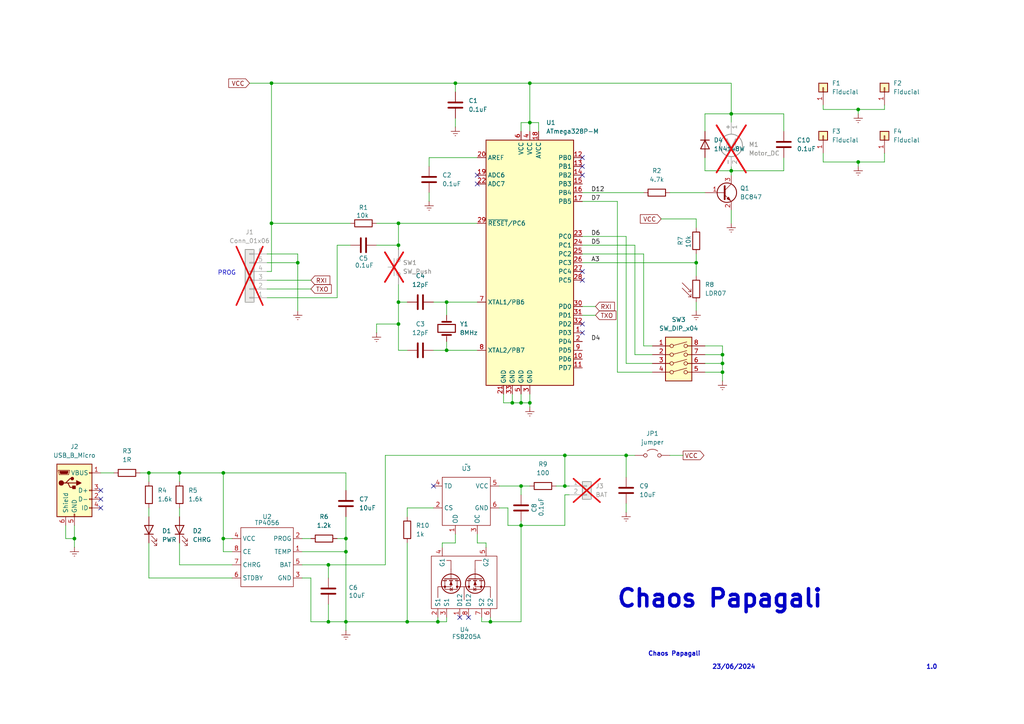
<source format=kicad_sch>
(kicad_sch (version 20231120) (generator "eeschema") (generator_version "8.0")
  (paper "A4")
  (lib_symbols
    (symbol "Connector:USB_B_Micro" (pin_names (offset 1.016))
      (property "Reference" "J" (at -5.08 11.43 0))
      (property "Value" "USB_B_Micro" (at -5.08 8.89 0))
      (symbol "USB_B_Micro_0_1"
        (rectangle (start -5.08 -7.62) (end 5.08 7.62) (stroke (width 0.254)) (fill (type background)))
        (circle (center -3.81 2.159) (radius 0.635) (stroke (width 0.254)) (fill (type outline)))
        (circle (center -0.635 3.429) (radius 0.381) (stroke (width 0.254)) (fill (type outline)))
        (rectangle (start -0.127 -7.62) (end 0.127 -6.858))
        (polyline (pts (xy -1.905 2.159) (xy 0.635 2.159)) (stroke (width 0.254)))
        (polyline (pts (xy -3.175 2.159) (xy -2.54 2.159) (xy -1.27 3.429) (xy -0.635 3.429)) (stroke (width 0.254)))
        (polyline (pts (xy -2.54 2.159) (xy -1.905 2.159) (xy -1.27 0.889) (xy 0 0.889)) (stroke (width 0.254)))
        (polyline (pts (xy 0.635 2.794) (xy 0.635 1.524) (xy 1.905 2.159) (xy 0.635 2.794)) (stroke (width 0.254)) (fill (type outline)))
        (polyline (pts (xy -4.318 5.588) (xy -1.778 5.588) (xy -2.032 4.826) (xy -4.064 4.826) (xy -4.318 5.588)) (fill (type outline)))
        (polyline (pts (xy -4.699 5.842) (xy -4.699 5.588) (xy -4.445 4.826) (xy -4.445 4.572) (xy -1.651 4.572) (xy -1.651 4.826) (xy -1.397 5.588) (xy -1.397 5.842) (xy -4.699 5.842)))
        (rectangle (start 0.254 1.27) (end -0.508 0.508) (stroke (width 0.254)) (fill (type outline)))
        (rectangle (start 5.08 -5.207) (end 4.318 -4.953))
        (rectangle (start 5.08 -2.667) (end 4.318 -2.413))
        (rectangle (start 5.08 -0.127) (end 4.318 0.127))
        (rectangle (start 5.08 4.953) (end 4.318 5.207))
      )
      (symbol "USB_B_Micro_1_1"
        (pin power_out line (at 7.62 5.08 180) (length 2.54) (name "VBUS") (number "1"))
        (pin bidirectional line (at 7.62 -2.54 180) (length 2.54) (name "D-") (number "2"))
        (pin bidirectional line (at 7.62 0 180) (length 2.54) (name "D+") (number "3"))
        (pin passive line (at 7.62 -5.08 180) (length 2.54) (name "ID") (number "4"))
        (pin power_out line (at 0 -10.16 90) (length 2.54) (name "GND") (number "5"))
        (pin passive line (at -2.54 -10.16 90) (length 2.54) (name "Shield") (number "6"))
      )
    )
    (symbol "Connector_Generic:Conn_01x01" (pin_names (offset 1.016) hide)
      (property "Reference" "J" (at 0 2.54 0))
      (property "Value" "Conn_01x01" (at 0 -2.54 0))
      (symbol "Conn_01x01_1_1"
        (rectangle (start -1.27 0.127) (end 0 -0.127) (stroke (width 0.1524)))
        (rectangle (start -1.27 1.27) (end 1.27 -1.27) (stroke (width 0.254)) (fill (type background)))
        (pin passive line (at -5.08 0 0) (length 3.81) (name "Pin_1") (number "1"))
      )
    )
    (symbol "Connector_Generic:Conn_01x02" (pin_names (offset 1.016) hide)
      (property "Reference" "J" (at 0 2.54 0))
      (property "Value" "Conn_01x02" (at 0 -5.08 0))
      (symbol "Conn_01x02_1_1"
        (rectangle (start -1.27 -2.413) (end 0 -2.667) (stroke (width 0.1524)))
        (rectangle (start -1.27 0.127) (end 0 -0.127) (stroke (width 0.1524)))
        (rectangle (start -1.27 1.27) (end 1.27 -3.81) (stroke (width 0.254)) (fill (type background)))
        (pin passive line (at -5.08 0 0) (length 3.81) (name "Pin_1") (number "1"))
        (pin passive line (at -5.08 -2.54 0) (length 3.81) (name "Pin_2") (number "2"))
      )
    )
    (symbol "Connector_Generic:Conn_01x06" (pin_names (offset 1.016) hide)
      (property "Reference" "J" (at 0 7.62 0))
      (property "Value" "Conn_01x06" (at 0 -10.16 0))
      (symbol "Conn_01x06_1_1"
        (rectangle (start -1.27 -7.493) (end 0 -7.747) (stroke (width 0.1524)))
        (rectangle (start -1.27 -4.953) (end 0 -5.207) (stroke (width 0.1524)))
        (rectangle (start -1.27 -2.413) (end 0 -2.667) (stroke (width 0.1524)))
        (rectangle (start -1.27 0.127) (end 0 -0.127) (stroke (width 0.1524)))
        (rectangle (start -1.27 2.667) (end 0 2.413) (stroke (width 0.1524)))
        (rectangle (start -1.27 5.207) (end 0 4.953) (stroke (width 0.1524)))
        (rectangle (start -1.27 6.35) (end 1.27 -8.89) (stroke (width 0.254)) (fill (type background)))
        (pin passive line (at -5.08 5.08 0) (length 3.81) (name "Pin_1") (number "1"))
        (pin passive line (at -5.08 2.54 0) (length 3.81) (name "Pin_2") (number "2"))
        (pin passive line (at -5.08 0 0) (length 3.81) (name "Pin_3") (number "3"))
        (pin passive line (at -5.08 -2.54 0) (length 3.81) (name "Pin_4") (number "4"))
        (pin passive line (at -5.08 -5.08 0) (length 3.81) (name "Pin_5") (number "5"))
        (pin passive line (at -5.08 -7.62 0) (length 3.81) (name "Pin_6") (number "6"))
      )
    )
    (symbol "Device:C" (pin_numbers hide) (pin_names (offset 0.254))
      (property "Reference" "C" (at 0.635 2.54 0))
      (property "Value" "C" (at 0.635 -2.54 0))
      (symbol "C_0_1"
        (polyline (pts (xy -2.032 -0.762) (xy 2.032 -0.762)) (stroke (width 0.508)))
        (polyline (pts (xy -2.032 0.762) (xy 2.032 0.762)) (stroke (width 0.508)))
      )
      (symbol "C_1_1"
        (pin passive line (at 0 3.81 270) (length 2.794) (name "~") (number "1"))
        (pin passive line (at 0 -3.81 90) (length 2.794) (name "~") (number "2"))
      )
    )
    (symbol "Device:Crystal" (pin_numbers hide) (pin_names (offset 1.016) hide)
      (property "Reference" "Y" (at 0 3.81 0))
      (property "Value" "Crystal" (at 0 -3.81 0))
      (symbol "Crystal_0_1"
        (rectangle (start -1.143 2.54) (end 1.143 -2.54) (stroke (width 0.3048)))
        (polyline (pts (xy -2.54 0) (xy -1.905 0)))
        (polyline (pts (xy -1.905 -1.27) (xy -1.905 1.27)) (stroke (width 0.508)))
        (polyline (pts (xy 1.905 -1.27) (xy 1.905 1.27)) (stroke (width 0.508)))
        (polyline (pts (xy 2.54 0) (xy 1.905 0)))
      )
      (symbol "Crystal_1_1"
        (pin passive line (at -3.81 0 0) (length 1.27) (name "1") (number "1"))
        (pin passive line (at 3.81 0 180) (length 1.27) (name "2") (number "2"))
      )
    )
    (symbol "Device:LED" (pin_numbers hide) (pin_names (offset 1.016) hide)
      (property "Reference" "D" (at 0 2.54 0))
      (property "Value" "LED" (at 0 -2.54 0))
      (symbol "LED_0_1"
        (polyline (pts (xy -1.27 -1.27) (xy -1.27 1.27)) (stroke (width 0.254)))
        (polyline (pts (xy -1.27 0) (xy 1.27 0)))
        (polyline (pts (xy 1.27 -1.27) (xy 1.27 1.27) (xy -1.27 0) (xy 1.27 -1.27)) (stroke (width 0.254)))
        (polyline (pts (xy -3.048 -0.762) (xy -4.572 -2.286) (xy -3.81 -2.286) (xy -4.572 -2.286) (xy -4.572 -1.524)))
        (polyline (pts (xy -1.778 -0.762) (xy -3.302 -2.286) (xy -2.54 -2.286) (xy -3.302 -2.286) (xy -3.302 -1.524)))
      )
      (symbol "LED_1_1"
        (pin passive line (at -3.81 0 0) (length 2.54) (name "K") (number "1"))
        (pin passive line (at 3.81 0 180) (length 2.54) (name "A") (number "2"))
      )
    )
    (symbol "Device:R" (pin_numbers hide) (pin_names (offset 0))
      (property "Reference" "R" (at 2.032 0 90))
      (property "Value" "R" (at 0 0 90))
      (symbol "R_0_1"
        (rectangle (start -1.016 -2.54) (end 1.016 2.54) (stroke (width 0.254)))
      )
      (symbol "R_1_1"
        (pin passive line (at 0 3.81 270) (length 1.27) (name "~") (number "1"))
        (pin passive line (at 0 -3.81 90) (length 1.27) (name "~") (number "2"))
      )
    )
    (symbol "Diode:1N4148W" (pin_numbers hide) (pin_names hide)
      (property "Reference" "D" (at 0 2.54 0))
      (property "Value" "1N4148W" (at 0 -2.54 0))
      (symbol "1N4148W_0_1"
        (polyline (pts (xy -1.27 1.27) (xy -1.27 -1.27)) (stroke (width 0.254)))
        (polyline (pts (xy 1.27 0) (xy -1.27 0)))
        (polyline (pts (xy 1.27 1.27) (xy 1.27 -1.27) (xy -1.27 0) (xy 1.27 1.27)) (stroke (width 0.254)))
      )
      (symbol "1N4148W_1_1"
        (pin passive line (at -3.81 0 0) (length 2.54) (name "K") (number "1"))
        (pin passive line (at 3.81 0 180) (length 2.54) (name "A") (number "2"))
      )
    )
    (symbol "Jumper:Jumper_2_Open" (pin_numbers hide) (pin_names (offset 0) hide) (exclude_from_sim yes)
      (property "Reference" "JP" (at 0 2.794 0))
      (property "Value" "Jumper_2_Open" (at 0 -2.286 0))
      (symbol "Jumper_2_Open_0_0"
        (circle (center -2.032 0) (radius 0.508))
        (circle (center 2.032 0) (radius 0.508))
      )
      (symbol "Jumper_2_Open_0_1"
        (arc (start 1.524 1.27) (mid 0 1.778) (end -1.524 1.27))
      )
      (symbol "Jumper_2_Open_1_1"
        (pin passive line (at -5.08 0 0) (length 2.54) (name "A") (number "1"))
        (pin passive line (at 5.08 0 180) (length 2.54) (name "B") (number "2"))
      )
    )
    (symbol "Motor:Motor_DC" (pin_names (offset 0))
      (property "Reference" "M" (at 2.54 2.54 0))
      (property "Value" "Motor_DC" (at 2.54 -5.08 0))
      (symbol "Motor_DC_0_0"
        (polyline (pts (xy -1.27 -3.302) (xy -1.27 0.508) (xy 0 -2.032) (xy 1.27 0.508) (xy 1.27 -3.302)))
      )
      (symbol "Motor_DC_0_1"
        (circle (center 0 -1.524) (radius 3.2512) (stroke (width 0.254)))
        (polyline (pts (xy 0 -7.62) (xy 0 -7.112)))
        (polyline (pts (xy 0 -4.7752) (xy 0 -5.1816)))
        (polyline (pts (xy 0 1.7272) (xy 0 2.0828)))
        (polyline (pts (xy 0 2.032) (xy 0 2.54)))
      )
      (symbol "Motor_DC_1_1"
        (pin passive line (at 0 5.08 270) (length 2.54) (name "+") (number "1"))
        (pin passive line (at 0 -7.62 90) (length 2.54) (name "-") (number "2"))
      )
    )
    (symbol "Sensor_Optical:LDR07" (pin_numbers hide) (pin_names (offset 0))
      (property "Reference" "R" (at -5.08 0 90))
      (property "Value" "LDR07" (at 1.905 0 90))
      (symbol "LDR07_0_1"
        (rectangle (start -1.016 2.54) (end 1.016 -2.54) (stroke (width 0.254)))
        (polyline (pts (xy -1.524 -2.286) (xy -4.064 0.254)))
        (polyline (pts (xy -1.524 -2.286) (xy -2.286 -2.286)))
        (polyline (pts (xy -1.524 -2.286) (xy -1.524 -1.524)))
        (polyline (pts (xy -1.524 -0.762) (xy -4.064 1.778)))
        (polyline (pts (xy -1.524 -0.762) (xy -2.286 -0.762)))
        (polyline (pts (xy -1.524 -0.762) (xy -1.524 0)))
      )
      (symbol "LDR07_1_1"
        (pin passive line (at 0 3.81 270) (length 1.27) (name "~") (number "1"))
        (pin passive line (at 0 -3.81 90) (length 1.27) (name "~") (number "2"))
      )
    )
    (symbol "Switch:SW_DIP_x04" (pin_names (offset 0) hide)
      (property "Reference" "SW" (at 0 8.89 0))
      (property "Value" "SW_DIP_x04" (at 0 -6.35 0))
      (symbol "SW_DIP_x04_0_0"
        (circle (center -2.032 -2.54) (radius 0.508))
        (circle (center -2.032 0) (radius 0.508))
        (circle (center -2.032 2.54) (radius 0.508))
        (circle (center -2.032 5.08) (radius 0.508))
        (polyline (pts (xy -1.524 -2.3876) (xy 2.3622 -1.3462)))
        (polyline (pts (xy -1.524 0.127) (xy 2.3622 1.1684)))
        (polyline (pts (xy -1.524 2.667) (xy 2.3622 3.7084)))
        (polyline (pts (xy -1.524 5.207) (xy 2.3622 6.2484)))
        (circle (center 2.032 -2.54) (radius 0.508))
        (circle (center 2.032 0) (radius 0.508))
        (circle (center 2.032 2.54) (radius 0.508))
        (circle (center 2.032 5.08) (radius 0.508))
      )
      (symbol "SW_DIP_x04_0_1"
        (rectangle (start -3.81 7.62) (end 3.81 -5.08) (stroke (width 0.254)) (fill (type background)))
      )
      (symbol "SW_DIP_x04_1_1"
        (pin passive line (at -7.62 5.08 0) (length 5.08) (name "~") (number "1"))
        (pin passive line (at -7.62 2.54 0) (length 5.08) (name "~") (number "2"))
        (pin passive line (at -7.62 0 0) (length 5.08) (name "~") (number "3"))
        (pin passive line (at -7.62 -2.54 0) (length 5.08) (name "~") (number "4"))
        (pin passive line (at 7.62 -2.54 180) (length 5.08) (name "~") (number "5"))
        (pin passive line (at 7.62 0 180) (length 5.08) (name "~") (number "6"))
        (pin passive line (at 7.62 2.54 180) (length 5.08) (name "~") (number "7"))
        (pin passive line (at 7.62 5.08 180) (length 5.08) (name "~") (number "8"))
      )
    )
    (symbol "Switch:SW_Push" (pin_numbers hide) (pin_names (offset 1.016) hide)
      (property "Reference" "SW" (at 1.27 2.54 0))
      (property "Value" "SW_Push" (at 0 -1.524 0))
      (symbol "SW_Push_0_1"
        (circle (center -2.032 0) (radius 0.508))
        (polyline (pts (xy 0 1.27) (xy 0 3.048)))
        (polyline (pts (xy 2.54 1.27) (xy -2.54 1.27)))
        (circle (center 2.032 0) (radius 0.508))
        (pin passive line (at -5.08 0 0) (length 2.54) (name "1") (number "1"))
        (pin passive line (at 5.08 0 180) (length 2.54) (name "2") (number "2"))
      )
    )
    (symbol "Transistor_BJT:BC847" (pin_names (offset 0) hide)
      (property "Reference" "Q" (at 5.08 1.905 0))
      (property "Value" "BC847" (at 5.08 0 0))
      (symbol "BC847_0_1"
        (polyline (pts (xy 0.635 0.635) (xy 2.54 2.54)))
        (polyline (pts (xy 0.635 -0.635) (xy 2.54 -2.54) (xy 2.54 -2.54)))
        (polyline (pts (xy 0.635 1.905) (xy 0.635 -1.905) (xy 0.635 -1.905)) (stroke (width 0.508)))
        (polyline (pts (xy 1.27 -1.778) (xy 1.778 -1.27) (xy 2.286 -2.286) (xy 1.27 -1.778) (xy 1.27 -1.778)) (fill (type outline)))
        (circle (center 1.27 0) (radius 2.8194) (stroke (width 0.254)))
      )
      (symbol "BC847_1_1"
        (pin input line (at -5.08 0 0) (length 5.715) (name "B") (number "1"))
        (pin passive line (at 2.54 -5.08 90) (length 2.54) (name "E") (number "2"))
        (pin passive line (at 2.54 5.08 270) (length 2.54) (name "C") (number "3"))
      )
    )
    (symbol "chaos-lib:ATmega328P-M"
      (property "Reference" "U" (at -12.7 36.83 0))
      (property "Value" "ATmega328P-M" (at 2.54 -36.83 0))
      (symbol "ATmega328P-M_0_1"
        (rectangle (start -12.7 -35.56) (end 12.7 35.56) (stroke (width 0.254)) (fill (type background)))
      )
      (symbol "ATmega328P-M_1_1"
        (pin bidirectional line (at 15.24 -20.32 180) (length 2.54) (name "PD3") (number "1"))
        (pin bidirectional line (at 15.24 -27.94 180) (length 2.54) (name "PD6") (number "10"))
        (pin bidirectional line (at 15.24 -30.48 180) (length 2.54) (name "PD7") (number "11"))
        (pin bidirectional line (at 15.24 30.48 180) (length 2.54) (name "PB0") (number "12"))
        (pin bidirectional line (at 15.24 27.94 180) (length 2.54) (name "PB1") (number "13"))
        (pin bidirectional line (at 15.24 25.4 180) (length 2.54) (name "PB2") (number "14"))
        (pin bidirectional line (at 15.24 22.86 180) (length 2.54) (name "PB3") (number "15"))
        (pin bidirectional line (at 15.24 20.32 180) (length 2.54) (name "PB4") (number "16"))
        (pin bidirectional line (at 15.24 17.78 180) (length 2.54) (name "PB5") (number "17"))
        (pin power_in line (at 2.54 38.1 270) (length 2.54) (name "AVCC") (number "18"))
        (pin input line (at -15.24 25.4 0) (length 2.54) (name "ADC6") (number "19"))
        (pin bidirectional line (at 15.24 -22.86 180) (length 2.54) (name "PD4") (number "2"))
        (pin passive line (at -15.24 30.48 0) (length 2.54) (name "AREF") (number "20"))
        (pin power_in line (at -7.62 -38.1 90) (length 2.54) (name "GND") (number "21"))
        (pin input line (at -15.24 22.86 0) (length 2.54) (name "ADC7") (number "22"))
        (pin bidirectional line (at 15.24 7.62 180) (length 2.54) (name "PC0") (number "23"))
        (pin bidirectional line (at 15.24 5.08 180) (length 2.54) (name "PC1") (number "24"))
        (pin bidirectional line (at 15.24 2.54 180) (length 2.54) (name "PC2") (number "25"))
        (pin bidirectional line (at 15.24 0 180) (length 2.54) (name "PC3") (number "26"))
        (pin bidirectional line (at 15.24 -2.54 180) (length 2.54) (name "PC4") (number "27"))
        (pin bidirectional line (at 15.24 -5.08 180) (length 2.54) (name "PC5") (number "28"))
        (pin bidirectional line (at -15.24 11.43 0) (length 2.54) (name "~{RESET}/PC6") (number "29"))
        (pin power_in line (at 0 -38.1 90) (length 2.54) (name "GND") (number "3"))
        (pin bidirectional line (at 15.24 -12.7 180) (length 2.54) (name "PD0") (number "30"))
        (pin bidirectional line (at 15.24 -15.24 180) (length 2.54) (name "PD1") (number "31"))
        (pin bidirectional line (at 15.24 -17.78 180) (length 2.54) (name "PD2") (number "32"))
        (pin power_in line (at -5.08 -38.1 90) (length 2.54) (name "GND") (number "33"))
        (pin power_in line (at 0 38.1 270) (length 2.54) (name "VCC") (number "4"))
        (pin power_in line (at -2.54 -38.1 90) (length 2.54) (name "GND") (number "5"))
        (pin power_in line (at -2.54 38.1 270) (length 2.54) (name "VCC") (number "6"))
        (pin bidirectional line (at -15.24 -11.43 0) (length 2.54) (name "XTAL1/PB6") (number "7"))
        (pin bidirectional line (at -15.24 -25.4 0) (length 2.54) (name "XTAL2/PB7") (number "8"))
        (pin bidirectional line (at 15.24 -25.4 180) (length 2.54) (name "PD5") (number "9"))
      )
    )
    (symbol "chaos-lib:DW01A"
      (property "Reference" "U" (at 0 0 0))
      (symbol "DW01A_0_1"
        (rectangle (start 0 -2.54) (end 13.97 -16.51))
      )
      (symbol "DW01A_1_1"
        (pin output line (at 3.81 0 270) (length 2.54) (name "OD") (number "1"))
        (pin input line (at -2.54 -7.62 0) (length 2.54) (name "CS") (number "2"))
        (pin output line (at 10.16 0 270) (length 2.54) (name "OC") (number "3"))
        (pin input line (at -2.54 -13.97 0) (length 2.54) (name "TD") (number "4"))
        (pin power_in line (at 16.51 -13.97 180) (length 2.54) (name "VCC") (number "5"))
        (pin power_in line (at 16.51 -7.62 180) (length 2.54) (name "GND") (number "6"))
      )
    )
    (symbol "chaos-lib:FS8205A"
      (property "Reference" "U" (at 0 0 0))
      (symbol "FS8205A_0_1"
        (circle (center -5.588 -11.43) (radius 0.254) (fill (type outline)))
        (circle (center -3.81 -10.541) (radius 2.794) (stroke (width 0.254)))
        (circle (center -2.032 -11.43) (radius 0.254) (fill (type outline)))
        (polyline (pts (xy -5.08 -9.652) (xy -6.096 -9.652)) (stroke (width 0.254)))
        (polyline (pts (xy -3.81 -9.144) (xy -3.81 -6.35)))
        (polyline (pts (xy -3.302 -9.652) (xy -4.318 -9.652)) (stroke (width 0.254)))
        (polyline (pts (xy -1.905 -9.144) (xy -5.715 -9.144)) (stroke (width 0.254)))
        (polyline (pts (xy -1.524 -9.652) (xy -2.54 -9.652)) (stroke (width 0.254)))
        (polyline (pts (xy -1.27 -11.43) (xy -2.032 -11.43)))
        (polyline (pts (xy 0.635 -11.43) (xy -1.27 -11.43)))
        (polyline (pts (xy 0.635 -11.43) (xy 1.397 -11.43)))
        (polyline (pts (xy 0.889 -9.652) (xy 1.905 -9.652)) (stroke (width 0.254)))
        (polyline (pts (xy 1.27 -9.144) (xy 5.08 -9.144)) (stroke (width 0.254)))
        (polyline (pts (xy 2.667 -9.652) (xy 3.683 -9.652)) (stroke (width 0.254)))
        (polyline (pts (xy 3.175 -9.144) (xy 3.175 -6.35)))
        (polyline (pts (xy 4.445 -9.652) (xy 5.461 -9.652)) (stroke (width 0.254)))
        (polyline (pts (xy -6.35 -11.43) (xy -3.81 -11.43) (xy -3.81 -9.652)))
        (polyline (pts (xy 5.715 -11.43) (xy 3.175 -11.43) (xy 3.175 -9.652)))
        (polyline (pts (xy -5.588 -9.652) (xy -5.588 -12.192) (xy -2.032 -12.192) (xy -2.032 -9.652)))
        (polyline (pts (xy -3.81 -9.906) (xy -3.429 -10.922) (xy -4.191 -10.922) (xy -3.81 -9.906)) (fill (type outline)))
        (polyline (pts (xy -3.429 -12.192) (xy -4.064 -11.811) (xy -4.064 -12.573) (xy -3.429 -12.192)))
        (polyline (pts (xy -3.302 -11.684) (xy -3.429 -11.811) (xy -3.429 -12.573) (xy -3.556 -12.7)))
        (polyline (pts (xy 2.667 -11.684) (xy 2.794 -11.811) (xy 2.794 -12.573) (xy 2.921 -12.7)))
        (polyline (pts (xy 2.794 -12.192) (xy 3.429 -11.811) (xy 3.429 -12.573) (xy 2.794 -12.192)))
        (polyline (pts (xy 3.175 -9.906) (xy 2.794 -10.922) (xy 3.556 -10.922) (xy 3.175 -9.906)) (fill (type outline)))
        (polyline (pts (xy 4.953 -9.652) (xy 4.953 -12.192) (xy 1.397 -12.192) (xy 1.397 -9.652)))
        (circle (center 1.397 -11.43) (radius 0.254) (fill (type outline)))
        (circle (center 3.175 -10.541) (radius 2.794) (stroke (width 0.254)))
        (circle (center 4.953 -11.43) (radius 0.254) (fill (type outline)))
      )
      (symbol "FS8205A_1_1"
        (rectangle (start -9.525 -2.54) (end 9.525 -17.78))
        (polyline (pts (xy 0 -11.43) (xy 0 -15.24)))
        (polyline (pts (xy -6.35 -11.43) (xy -7.62 -11.43) (xy -7.62 -14.605)))
        (polyline (pts (xy -3.81 -6.35) (xy -3.81 -3.81) (xy -5.08 -3.81)))
        (polyline (pts (xy 3.175 -6.35) (xy 3.175 -3.81) (xy 5.08 -3.81)))
        (polyline (pts (xy 5.715 -11.43) (xy 7.62 -11.43) (xy 7.62 -14.605)))
        (pin output line (at -1.27 -20.32 90) (length 2.54) (name "D12") (number "1"))
        (pin output line (at -7.62 -20.32 90) (length 2.54) (name "S1") (number "2"))
        (pin output line (at -5.08 -20.32 90) (length 2.54) (name "S1") (number "3"))
        (pin output line (at -6.35 0 270) (length 2.54) (name "G1") (number "4"))
        (pin output line (at 6.35 0 270) (length 2.54) (name "G2") (number "5"))
        (pin output line (at 7.62 -20.32 90) (length 2.54) (name "S2") (number "6"))
        (pin output line (at 5.08 -20.32 90) (length 2.54) (name "S2") (number "7"))
        (pin output line (at 1.27 -20.32 90) (length 2.54) (name "D12") (number "8"))
      )
    )
    (symbol "chaos-lib:TP4056"
      (property "Reference" "U" (at 0 0 0))
      (symbol "TP4056_0_1"
        (rectangle (start 0 -1.905) (end 15.24 -19.05))
      )
      (symbol "TP4056_1_1"
        (pin input line (at 17.78 -8.89 180) (length 2.54) (name "TEMP") (number "1"))
        (pin input line (at 17.78 -5.08 180) (length 2.54) (name "PROG") (number "2"))
        (pin power_in line (at 17.78 -16.51 180) (length 2.54) (name "GND") (number "3"))
        (pin power_in line (at -2.54 -5.08 0) (length 2.54) (name "VCC") (number "4"))
        (pin power_out line (at 17.78 -12.7 180) (length 2.54) (name "BAT") (number "5"))
        (pin input line (at -2.54 -16.51 0) (length 2.54) (name "STDBY") (number "6"))
        (pin input line (at -2.54 -12.7 0) (length 2.54) (name "CHRG") (number "7"))
        (pin input line (at -2.54 -8.89 0) (length 2.54) (name "CE") (number "8"))
      )
    )
    (symbol "power:GNDREF" (power) (pin_numbers hide) (pin_names (offset 0) hide)
      (property "Value" "GNDREF" (at 0 -3.81 0))
      (symbol "GNDREF_0_1"
        (polyline (pts (xy -0.635 -1.905) (xy 0.635 -1.905)))
        (polyline (pts (xy -0.127 -2.54) (xy 0.127 -2.54)))
        (polyline (pts (xy 0 -1.27) (xy 0 0)))
        (polyline (pts (xy 1.27 -1.27) (xy -1.27 -1.27)))
      )
      (symbol "GNDREF_1_1"
        (pin power_in line (at 0 0 270) (length 0) (name "~") (number "1"))
      )
    )
  )
  (junction (at 163.83 140.97))
  (junction (at 153.67 35.56))
  (junction (at 118.11 180.34))
  (junction (at 153.67 116.84))
  (junction (at 153.67 24.13))
  (junction (at 95.25 180.34))
  (junction (at 151.13 140.97))
  (junction (at 209.55 105.41))
  (junction (at 129.54 101.6))
  (junction (at 64.77 137.16))
  (junction (at 151.13 116.84))
  (junction (at 151.13 152.4))
  (junction (at 212.09 33.02))
  (junction (at 248.92 46.99))
  (junction (at 127 180.34))
  (junction (at 209.55 107.95))
  (junction (at 100.33 156.21))
  (junction (at 78.74 24.13))
  (junction (at 21.59 156.21))
  (junction (at 78.74 64.77))
  (junction (at 181.61 132.08))
  (junction (at 100.33 180.34))
  (junction (at 209.55 102.87))
  (junction (at 52.07 137.16))
  (junction (at 248.92 31.75))
  (junction (at 201.93 76.2))
  (junction (at 212.09 49.53))
  (junction (at 100.33 160.02))
  (junction (at 115.57 87.63))
  (junction (at 86.36 76.2))
  (junction (at 95.25 163.83))
  (junction (at 115.57 64.77))
  (junction (at 115.57 93.98))
  (junction (at 43.18 137.16))
  (junction (at 142.24 180.34))
  (junction (at 163.83 132.08))
  (junction (at 132.08 24.13))
  (junction (at 129.54 87.63))
  (junction (at 64.77 156.21))
  (junction (at 115.57 71.12))
  (junction (at 148.59 116.84))
  (no_connect (at 138.43 50.8))
  (no_connect (at 168.91 81.28))
  (no_connect (at 133.35 179.07))
  (no_connect (at 29.21 144.78))
  (no_connect (at 168.91 78.74))
  (no_connect (at 29.21 142.24))
  (no_connect (at 168.91 50.8))
  (no_connect (at 168.91 96.52))
  (no_connect (at 29.21 147.32))
  (no_connect (at 125.73 140.97))
  (no_connect (at 168.91 48.26))
  (no_connect (at 168.91 45.72))
  (no_connect (at 138.43 53.34))
  (no_connect (at 135.89 179.07))
  (no_connect (at 168.91 93.98))
  (wire (pts (xy 129.54 180.34) (xy 127 180.34)))
  (wire (pts (xy 209.55 105.41) (xy 209.55 107.95)))
  (wire (pts (xy 204.47 107.95) (xy 209.55 107.95)))
  (wire (pts (xy 142.24 180.34) (xy 151.13 180.34)))
  (wire (pts (xy 184.15 102.87) (xy 184.15 71.12)))
  (wire (pts (xy 248.92 46.99) (xy 248.92 48.26)))
  (wire (pts (xy 191.77 63.5) (xy 201.93 63.5)))
  (wire (pts (xy 109.22 96.52) (xy 109.22 93.98)))
  (wire (pts (xy 100.33 180.34) (xy 118.11 180.34)))
  (wire (pts (xy 248.92 31.75) (xy 248.92 33.02)))
  (wire (pts (xy 204.47 33.02) (xy 212.09 33.02)))
  (wire (pts (xy 204.47 105.41) (xy 209.55 105.41)))
  (wire (pts (xy 64.77 137.16) (xy 64.77 156.21)))
  (wire (pts (xy 204.47 49.53) (xy 212.09 49.53)))
  (wire (pts (xy 212.09 35.56) (xy 212.09 33.02)))
  (wire (pts (xy 151.13 152.4) (xy 151.13 151.13)))
  (wire (pts (xy 168.91 55.88) (xy 186.69 55.88)))
  (wire (pts (xy 64.77 160.02) (xy 64.77 156.21)))
  (wire (pts (xy 43.18 157.48) (xy 43.18 167.64)))
  (wire (pts (xy 151.13 35.56) (xy 151.13 38.1)))
  (wire (pts (xy 97.79 86.36) (xy 97.79 71.12)))
  (wire (pts (xy 153.67 116.84) (xy 153.67 118.11)))
  (wire (pts (xy 109.22 93.98) (xy 115.57 93.98)))
  (wire (pts (xy 184.15 71.12) (xy 168.91 71.12)))
  (wire (pts (xy 19.05 156.21) (xy 21.59 156.21)))
  (wire (pts (xy 179.07 58.42) (xy 168.91 58.42)))
  (wire (pts (xy 52.07 137.16) (xy 64.77 137.16)))
  (wire (pts (xy 189.23 100.33) (xy 186.69 100.33)))
  (wire (pts (xy 95.25 163.83) (xy 95.25 167.64)))
  (wire (pts (xy 194.31 132.08) (xy 198.12 132.08)))
  (wire (pts (xy 151.13 116.84) (xy 153.67 116.84)))
  (wire (pts (xy 227.33 49.53) (xy 212.09 49.53)))
  (wire (pts (xy 78.74 24.13) (xy 132.08 24.13)))
  (wire (pts (xy 163.83 140.97) (xy 165.1 140.97)))
  (wire (pts (xy 111.76 163.83) (xy 111.76 132.08)))
  (wire (pts (xy 40.64 137.16) (xy 43.18 137.16)))
  (wire (pts (xy 100.33 137.16) (xy 64.77 137.16)))
  (wire (pts (xy 204.47 38.1) (xy 204.47 33.02)))
  (wire (pts (xy 124.46 55.88) (xy 124.46 58.42)))
  (wire (pts (xy 238.76 31.75) (xy 248.92 31.75)))
  (wire (pts (xy 115.57 93.98) (xy 115.57 101.6)))
  (wire (pts (xy 212.09 49.53) (xy 212.09 50.8)))
  (wire (pts (xy 189.23 105.41) (xy 181.61 105.41)))
  (wire (pts (xy 146.05 116.84) (xy 148.59 116.84)))
  (wire (pts (xy 124.46 45.72) (xy 124.46 48.26)))
  (wire (pts (xy 115.57 82.55) (xy 115.57 87.63)))
  (wire (pts (xy 209.55 102.87) (xy 209.55 105.41)))
  (wire (pts (xy 204.47 100.33) (xy 209.55 100.33)))
  (wire (pts (xy 256.54 31.75) (xy 256.54 30.48)))
  (wire (pts (xy 189.23 102.87) (xy 184.15 102.87)))
  (wire (pts (xy 201.93 63.5) (xy 201.93 66.04)))
  (wire (pts (xy 238.76 46.99) (xy 248.92 46.99)))
  (wire (pts (xy 238.76 30.48) (xy 238.76 31.75)))
  (wire (pts (xy 151.13 114.3) (xy 151.13 116.84)))
  (wire (pts (xy 43.18 147.32) (xy 43.18 149.86)))
  (wire (pts (xy 140.97 157.48) (xy 140.97 158.75)))
  (wire (pts (xy 90.17 167.64) (xy 90.17 180.34)))
  (wire (pts (xy 132.08 26.67) (xy 132.08 24.13)))
  (wire (pts (xy 238.76 44.45) (xy 238.76 46.99)))
  (wire (pts (xy 87.63 163.83) (xy 95.25 163.83)))
  (wire (pts (xy 125.73 101.6) (xy 129.54 101.6)))
  (wire (pts (xy 90.17 180.34) (xy 95.25 180.34)))
  (wire (pts (xy 67.31 160.02) (xy 64.77 160.02)))
  (wire (pts (xy 168.91 91.44) (xy 172.72 91.44)))
  (wire (pts (xy 227.33 45.72) (xy 227.33 49.53)))
  (wire (pts (xy 147.32 147.32) (xy 147.32 152.4)))
  (wire (pts (xy 118.11 180.34) (xy 118.11 157.48)))
  (wire (pts (xy 67.31 156.21) (xy 64.77 156.21)))
  (wire (pts (xy 132.08 154.94) (xy 132.08 157.48)))
  (wire (pts (xy 77.47 81.28) (xy 90.17 81.28)))
  (wire (pts (xy 201.93 73.66) (xy 201.93 76.2)))
  (wire (pts (xy 87.63 160.02) (xy 100.33 160.02)))
  (wire (pts (xy 129.54 179.07) (xy 129.54 180.34)))
  (wire (pts (xy 186.69 73.66) (xy 168.91 73.66)))
  (wire (pts (xy 77.47 73.66) (xy 86.36 73.66)))
  (wire (pts (xy 87.63 167.64) (xy 90.17 167.64)))
  (wire (pts (xy 181.61 132.08) (xy 184.15 132.08)))
  (wire (pts (xy 100.33 142.24) (xy 100.33 137.16)))
  (wire (pts (xy 29.21 137.16) (xy 33.02 137.16)))
  (wire (pts (xy 115.57 71.12) (xy 115.57 72.39)))
  (wire (pts (xy 100.33 160.02) (xy 100.33 180.34)))
  (wire (pts (xy 163.83 143.51) (xy 163.83 152.4)))
  (wire (pts (xy 129.54 101.6) (xy 129.54 99.06)))
  (wire (pts (xy 212.09 60.96) (xy 212.09 64.77)))
  (wire (pts (xy 43.18 167.64) (xy 67.31 167.64)))
  (wire (pts (xy 127 180.34) (xy 118.11 180.34)))
  (wire (pts (xy 138.43 101.6) (xy 129.54 101.6)))
  (wire (pts (xy 248.92 46.99) (xy 256.54 46.99)))
  (wire (pts (xy 153.67 24.13) (xy 212.09 24.13)))
  (wire (pts (xy 19.05 152.4) (xy 19.05 156.21)))
  (wire (pts (xy 181.61 105.41) (xy 181.61 68.58)))
  (wire (pts (xy 95.25 163.83) (xy 111.76 163.83)))
  (wire (pts (xy 111.76 132.08) (xy 163.83 132.08)))
  (wire (pts (xy 144.78 147.32) (xy 147.32 147.32)))
  (wire (pts (xy 163.83 132.08) (xy 163.83 140.97)))
  (wire (pts (xy 212.09 48.26) (xy 212.09 49.53)))
  (wire (pts (xy 148.59 116.84) (xy 151.13 116.84)))
  (wire (pts (xy 77.47 76.2) (xy 86.36 76.2)))
  (wire (pts (xy 161.29 140.97) (xy 163.83 140.97)))
  (wire (pts (xy 201.93 76.2) (xy 201.93 80.01)))
  (wire (pts (xy 77.47 86.36) (xy 97.79 86.36)))
  (wire (pts (xy 189.23 107.95) (xy 179.07 107.95)))
  (wire (pts (xy 138.43 87.63) (xy 129.54 87.63)))
  (wire (pts (xy 168.91 76.2) (xy 201.93 76.2)))
  (wire (pts (xy 115.57 64.77) (xy 138.43 64.77)))
  (wire (pts (xy 129.54 87.63) (xy 129.54 91.44)))
  (wire (pts (xy 97.79 71.12) (xy 101.6 71.12)))
  (wire (pts (xy 212.09 33.02) (xy 212.09 24.13)))
  (wire (pts (xy 77.47 78.74) (xy 78.74 78.74)))
  (wire (pts (xy 201.93 87.63) (xy 201.93 90.17)))
  (wire (pts (xy 78.74 78.74) (xy 78.74 64.77)))
  (wire (pts (xy 132.08 24.13) (xy 153.67 24.13)))
  (wire (pts (xy 194.31 55.88) (xy 204.47 55.88)))
  (wire (pts (xy 168.91 88.9) (xy 172.72 88.9)))
  (wire (pts (xy 125.73 87.63) (xy 129.54 87.63)))
  (wire (pts (xy 139.7 179.07) (xy 139.7 180.34)))
  (wire (pts (xy 165.1 143.51) (xy 163.83 143.51)))
  (wire (pts (xy 153.67 38.1) (xy 153.67 35.56)))
  (wire (pts (xy 151.13 180.34) (xy 151.13 152.4)))
  (wire (pts (xy 163.83 152.4) (xy 151.13 152.4)))
  (wire (pts (xy 227.33 33.02) (xy 212.09 33.02)))
  (wire (pts (xy 138.43 157.48) (xy 138.43 154.94)))
  (wire (pts (xy 179.07 107.95) (xy 179.07 58.42)))
  (wire (pts (xy 209.55 100.33) (xy 209.55 102.87)))
  (wire (pts (xy 153.67 35.56) (xy 151.13 35.56)))
  (wire (pts (xy 125.73 147.32) (xy 118.11 147.32)))
  (wire (pts (xy 146.05 114.3) (xy 146.05 116.84)))
  (wire (pts (xy 86.36 73.66) (xy 86.36 76.2)))
  (wire (pts (xy 43.18 137.16) (xy 52.07 137.16)))
  (wire (pts (xy 151.13 140.97) (xy 153.67 140.97)))
  (wire (pts (xy 151.13 140.97) (xy 151.13 143.51)))
  (wire (pts (xy 100.33 156.21) (xy 100.33 160.02)))
  (wire (pts (xy 148.59 114.3) (xy 148.59 116.84)))
  (wire (pts (xy 115.57 64.77) (xy 115.57 71.12)))
  (wire (pts (xy 132.08 157.48) (xy 128.27 157.48)))
  (wire (pts (xy 181.61 132.08) (xy 163.83 132.08)))
  (wire (pts (xy 248.92 31.75) (xy 256.54 31.75)))
  (wire (pts (xy 115.57 101.6) (xy 118.11 101.6)))
  (wire (pts (xy 52.07 147.32) (xy 52.07 149.86)))
  (wire (pts (xy 181.61 132.08) (xy 181.61 138.43)))
  (wire (pts (xy 140.97 157.48) (xy 138.43 157.48)))
  (wire (pts (xy 78.74 64.77) (xy 78.74 24.13)))
  (wire (pts (xy 97.79 156.21) (xy 100.33 156.21)))
  (wire (pts (xy 43.18 137.16) (xy 43.18 139.7)))
  (wire (pts (xy 181.61 68.58) (xy 168.91 68.58)))
  (wire (pts (xy 109.22 71.12) (xy 115.57 71.12)))
  (wire (pts (xy 181.61 146.05) (xy 181.61 148.59)))
  (wire (pts (xy 100.33 180.34) (xy 100.33 182.88)))
  (wire (pts (xy 52.07 163.83) (xy 67.31 163.83)))
  (wire (pts (xy 52.07 137.16) (xy 52.07 139.7)))
  (wire (pts (xy 132.08 34.29) (xy 132.08 36.83)))
  (wire (pts (xy 147.32 152.4) (xy 151.13 152.4)))
  (wire (pts (xy 128.27 157.48) (xy 128.27 158.75)))
  (wire (pts (xy 256.54 46.99) (xy 256.54 44.45)))
  (wire (pts (xy 52.07 157.48) (xy 52.07 163.83)))
  (wire (pts (xy 109.22 64.77) (xy 115.57 64.77)))
  (wire (pts (xy 142.24 179.07) (xy 142.24 180.34)))
  (wire (pts (xy 227.33 38.1) (xy 227.33 33.02)))
  (wire (pts (xy 209.55 107.95) (xy 209.55 110.49)))
  (wire (pts (xy 87.63 156.21) (xy 90.17 156.21)))
  (wire (pts (xy 127 179.07) (xy 127 180.34)))
  (wire (pts (xy 21.59 156.21) (xy 21.59 158.75)))
  (wire (pts (xy 186.69 100.33) (xy 186.69 73.66)))
  (wire (pts (xy 204.47 102.87) (xy 209.55 102.87)))
  (wire (pts (xy 21.59 152.4) (xy 21.59 156.21)))
  (wire (pts (xy 118.11 147.32) (xy 118.11 149.86)))
  (wire (pts (xy 153.67 35.56) (xy 153.67 24.13)))
  (wire (pts (xy 144.78 140.97) (xy 151.13 140.97)))
  (wire (pts (xy 156.21 35.56) (xy 153.67 35.56)))
  (wire (pts (xy 139.7 180.34) (xy 142.24 180.34)))
  (wire (pts (xy 72.39 24.13) (xy 78.74 24.13)))
  (wire (pts (xy 77.47 83.82) (xy 90.17 83.82)))
  (wire (pts (xy 100.33 149.86) (xy 100.33 156.21)))
  (wire (pts (xy 115.57 87.63) (xy 115.57 93.98)))
  (wire (pts (xy 138.43 45.72) (xy 124.46 45.72)))
  (wire (pts (xy 86.36 76.2) (xy 86.36 90.17)))
  (wire (pts (xy 156.21 38.1) (xy 156.21 35.56)))
  (wire (pts (xy 204.47 45.72) (xy 204.47 49.53)))
  (wire (pts (xy 95.25 175.26) (xy 95.25 180.34)))
  (wire (pts (xy 78.74 64.77) (xy 101.6 64.77)))
  (wire (pts (xy 153.67 114.3) (xy 153.67 116.84)))
  (wire (pts (xy 95.25 180.34) (xy 100.33 180.34)))
  (wire (pts (xy 118.11 87.63) (xy 115.57 87.63)))
  (text "Chaos Papagali" (at 208.788 173.736 0) (effects (font (size 5 5) (thickness 1) (bold yes))))
  (text "Chaos Papagali" (at 195.58 189.738 0) (effects (font (size 1.27 1.27) (bold yes))))
  (text "23/06/2024" (at 212.852 193.548 0) (effects (font (size 1.27 1.27) (bold yes))))
  (text "PROG" (at 65.786 79.248 0) (effects (font (size 1.27 1.27))))
  (text "1.0" (at 270.256 193.548 0) (effects (font (size 1.27 1.27) (bold yes))))
  (label "A3" (at 171.45 76.2 0))
  (label "D4" (at 171.45 99.06 0))
  (label "D12" (at 171.45 55.88 0))
  (label "D7" (at 171.45 58.42 0))
  (label "D5" (at 171.45 71.12 0))
  (label "D6" (at 171.45 68.58 0))
  (global_label "VCC" (shape input) (at 191.77 63.5 180) (property "Intersheetrefs" "${INTERSHEET_REFS}" (effects (hide yes))))
  (global_label "VCC" (shape input) (at 72.39 24.13 180) (property "Intersheetrefs" "${INTERSHEET_REFS}" (effects (hide yes))))
  (global_label "RXI" (shape input) (at 172.72 88.9 0) (property "Intersheetrefs" "${INTERSHEET_REFS}" (effects (hide yes))))
  (global_label "RXI" (shape input) (at 90.17 81.28 0) (property "Intersheetrefs" "${INTERSHEET_REFS}" (effects (hide yes))))
  (global_label "VCC" (shape output) (at 198.12 132.08 0) (property "Intersheetrefs" "${INTERSHEET_REFS}" (effects (hide yes))))
  (global_label "TXO" (shape input) (at 172.72 91.44 0) (property "Intersheetrefs" "${INTERSHEET_REFS}" (effects (hide yes))))
  (global_label "TXO" (shape input) (at 90.17 83.82 0) (property "Intersheetrefs" "${INTERSHEET_REFS}" (effects (hide yes))))
  (symbol (lib_id "Transistor_BJT:BC847") (at 209.55 55.88 0) (unit 1)
    (property "Reference" "Q1" (at 214.63 54.6099 0) (effects (justify left)))
    (property "Value" "BC847" (at 214.63 57.15 0) (effects (justify left)))
    (property "Footprint" "Package_TO_SOT_SMD:SOT-23" (effects (hide yes)))
    (property "Datasheet" "http://www.infineon.com/dgdl/Infineon-BC847SERIES_BC848SERIES_BC849SERIES_BC850SERIES-DS-v01_01-en.pdf?fileId=db3a304314dca389011541d4630a1657" (effects (hide yes)))
    (property "Description" "0.1A Ic, 45V Vce, NPN Transistor, SOT-23" (effects (hide yes)))
  )
  (symbol (lib_id "chaos-lib:FS8205A") (at 134.62 158.75 0) (unit 1)
    (property "Reference" "U4" (at 133.35 182.626 0) (effects (justify left)))
    (property "Value" "FS8205A" (at 131.064 184.658 0) (effects (justify left)))
    (property "Footprint" "Package_SO:TSSOP-8_4.4x3mm_P0.65mm" (effects (hide yes)))
  )
  (symbol (lib_id "power:GNDREF") (at 181.61 148.59 0) (unit 1)
    (property "Reference" "#PWR011" (effects (hide yes)))
    (property "Value" "GNDREF" (effects (hide yes)))
    (property "Description" "Power symbol creates a global label with name \"GNDREF\" , reference supply ground" (effects (hide yes)))
  )
  (symbol (lib_id "power:GNDREF") (at 124.46 58.42 0) (unit 1)
    (property "Reference" "#PWR01" (effects (hide yes)))
    (property "Value" "GNDREF" (effects (hide yes)))
    (property "Description" "Power symbol creates a global label with name \"GNDREF\" , reference supply ground" (effects (hide yes)))
  )
  (symbol (lib_id "Connector_Generic:Conn_01x01") (at 238.76 25.4 90) (unit 1)
    (property "Reference" "F1" (at 241.3 24.1299 90) (effects (justify right)))
    (property "Value" "Fiducial" (at 241.3 26.6699 90) (effects (justify right)))
    (property "Footprint" "Fiducial:Fiducial_0.5mm_Mask1.5mm" (effects (hide yes)))
    (property "Description" "Generic connector, single row, 01x01, script generated (kicad-library-utils/schlib/autogen/connector/)" (effects (hide yes)))
  )
  (symbol (lib_id "Device:R") (at 190.5 55.88 90) (unit 1)
    (property "Reference" "R2" (at 190.5 49.53 90))
    (property "Value" "4.7k" (at 190.5 52.07 90))
    (property "Footprint" "Resistor_SMD:R_0603_1608Metric_Pad0.98x0.95mm_HandSolder" (effects (hide yes)))
    (property "Description" "Resistor" (effects (hide yes)))
  )
  (symbol (lib_id "Device:LED") (at 43.18 153.67 90) (unit 1)
    (property "Reference" "D1" (at 46.99 153.9874 90) (effects (justify right)))
    (property "Value" "PWR" (at 46.99 156.5274 90) (effects (justify right)))
    (property "Footprint" "LED_SMD:LED_0603_1608Metric_Pad1.05x0.95mm_HandSolder" (effects (hide yes)))
    (property "Description" "Light emitting diode" (effects (hide yes)))
  )
  (symbol (lib_id "Device:Crystal") (at 129.54 95.25 90) (unit 1)
    (property "Reference" "Y1" (at 133.35 93.9799 90) (effects (justify right)))
    (property "Value" "8MHz" (at 133.35 96.5199 90) (effects (justify right)))
    (property "Footprint" "Crystal:Crystal_HC49-U_Vertical" (effects (hide yes)))
    (property "Description" "Two pin crystal" (effects (hide yes)))
  )
  (symbol (lib_id "Device:C") (at 132.08 30.48 0) (unit 1)
    (property "Reference" "C1" (at 135.89 29.2099 0) (effects (justify left)))
    (property "Value" "0.1uF" (at 135.89 31.7499 0) (effects (justify left)))
    (property "Footprint" "Capacitor_SMD:C_0603_1608Metric_Pad1.08x0.95mm_HandSolder" (effects (hide yes)))
    (property "Description" "Unpolarized capacitor" (effects (hide yes)))
  )
  (symbol (lib_id "power:GNDREF") (at 132.08 36.83 0) (unit 1)
    (property "Reference" "#PWR02" (effects (hide yes)))
    (property "Value" "GNDREF" (effects (hide yes)))
    (property "Description" "Power symbol creates a global label with name \"GNDREF\" , reference supply ground" (effects (hide yes)))
  )
  (symbol (lib_id "Device:C") (at 105.41 71.12 90) (unit 1)
    (property "Reference" "C5" (at 105.41 74.93 90))
    (property "Value" "0.1uF" (at 105.664 76.962 90))
    (property "Footprint" "Capacitor_SMD:C_0603_1608Metric_Pad1.08x0.95mm_HandSolder" (effects (hide yes)))
    (property "Description" "Unpolarized capacitor" (effects (hide yes)))
  )
  (symbol (lib_id "power:GNDREF") (at 100.33 182.88 0) (unit 1)
    (property "Reference" "#PWR08" (effects (hide yes)))
    (property "Value" "GNDREF" (effects (hide yes)))
    (property "Description" "Power symbol creates a global label with name \"GNDREF\" , reference supply ground" (effects (hide yes)))
  )
  (symbol (lib_id "chaos-lib:DW01A") (at 128.27 154.94 0) (mirror x) (unit 1)
    (property "Reference" "U3" (at 135.255 135.89 0))
    (property "Value" "~" (at 135.255 134.62 0))
    (property "Footprint" "Package_TO_SOT_SMD:SOT-23-6" (effects (hide yes)))
  )
  (symbol (lib_id "Device:C") (at 227.33 41.91 0) (unit 1)
    (property "Reference" "C10" (at 231.14 40.6399 0) (effects (justify left)))
    (property "Value" "0.1uF" (at 231.14 43.1799 0) (effects (justify left)))
    (property "Footprint" "Capacitor_SMD:C_0603_1608Metric_Pad1.08x0.95mm_HandSolder" (effects (hide yes)))
    (property "Description" "Unpolarized capacitor" (effects (hide yes)))
  )
  (symbol (lib_id "Device:C") (at 124.46 52.07 0) (unit 1)
    (property "Reference" "C2" (at 128.27 50.7999 0) (effects (justify left)))
    (property "Value" "0.1uF" (at 128.27 53.3399 0) (effects (justify left)))
    (property "Footprint" "Capacitor_SMD:C_0603_1608Metric_Pad1.08x0.95mm_HandSolder" (effects (hide yes)))
    (property "Description" "Unpolarized capacitor" (effects (hide yes)))
  )
  (symbol (lib_id "Connector_Generic:Conn_01x02") (at 170.18 140.97 0) (unit 1) (dnp yes)
    (property "Reference" "J3" (at 172.72 140.9699 0) (effects (justify left)))
    (property "Value" "BAT" (at 172.72 143.5099 0) (effects (justify left)))
    (property "Footprint" "Connector_PinHeader_2.54mm:PinHeader_1x02_P2.54mm_Vertical" (effects (hide yes)))
    (property "Description" "Generic connector, single row, 01x02, script generated (kicad-library-utils/schlib/autogen/connector/)" (effects (hide yes)))
  )
  (symbol (lib_id "power:GNDREF") (at 212.09 64.77 0) (unit 1)
    (property "Reference" "#PWR010" (effects (hide yes)))
    (property "Value" "GNDREF" (effects (hide yes)))
    (property "Description" "Power symbol creates a global label with name \"GNDREF\" , reference supply ground" (effects (hide yes)))
  )
  (symbol (lib_id "Device:R") (at 93.98 156.21 270) (unit 1)
    (property "Reference" "R6" (at 93.98 149.86 90))
    (property "Value" "1.2k" (at 93.98 152.4 90))
    (property "Footprint" "Resistor_SMD:R_0603_1608Metric_Pad0.98x0.95mm_HandSolder" (effects (hide yes)))
    (property "Description" "Resistor" (effects (hide yes)))
  )
  (symbol (lib_id "power:GNDREF") (at 209.55 110.49 0) (unit 1)
    (property "Reference" "#PWR06" (effects (hide yes)))
    (property "Value" "GNDREF" (effects (hide yes)))
    (property "Description" "Power symbol creates a global label with name \"GNDREF\" , reference supply ground" (effects (hide yes)))
  )
  (symbol (lib_id "Device:R") (at 157.48 140.97 270) (unit 1)
    (property "Reference" "R9" (at 157.48 134.62 90))
    (property "Value" "100" (at 157.48 137.16 90))
    (property "Footprint" "Resistor_SMD:R_0603_1608Metric_Pad0.98x0.95mm_HandSolder" (effects (hide yes)))
    (property "Description" "Resistor" (effects (hide yes)))
  )
  (symbol (lib_id "power:GNDREF") (at 248.92 33.02 0) (unit 1)
    (property "Reference" "#PWR013" (effects (hide yes)))
    (property "Value" "GNDREF" (effects (hide yes)))
    (property "Description" "Power symbol creates a global label with name \"GNDREF\" , reference supply ground" (effects (hide yes)))
  )
  (symbol (lib_id "Device:R") (at 105.41 64.77 90) (unit 1)
    (property "Reference" "R1" (at 105.41 60.198 90))
    (property "Value" "10k" (at 105.156 62.484 90))
    (property "Footprint" "Resistor_SMD:R_0603_1608Metric_Pad0.98x0.95mm_HandSolder" (effects (hide yes)))
    (property "Description" "Resistor" (effects (hide yes)))
  )
  (symbol (lib_id "Device:C") (at 121.92 101.6 90) (unit 1)
    (property "Reference" "C3" (at 121.92 93.98 90))
    (property "Value" "12pF" (at 121.92 96.52 90))
    (property "Footprint" "Capacitor_SMD:C_0603_1608Metric_Pad1.08x0.95mm_HandSolder" (effects (hide yes)))
    (property "Description" "Unpolarized capacitor" (effects (hide yes)))
  )
  (symbol (lib_id "Device:R") (at 36.83 137.16 90) (unit 1)
    (property "Reference" "R3" (at 36.83 130.81 90))
    (property "Value" "1R" (at 36.83 133.35 90))
    (property "Footprint" "Resistor_SMD:R_0603_1608Metric_Pad0.98x0.95mm_HandSolder" (effects (hide yes)))
    (property "Description" "Resistor" (effects (hide yes)))
  )
  (symbol (lib_id "Jumper:Jumper_2_Open") (at 189.23 132.08 0) (unit 1) (exclude_from_sim yes)
    (property "Reference" "JP1" (at 189.23 125.73 0))
    (property "Value" "jumper" (at 189.23 128.27 0))
    (property "Footprint" "Connector_PinHeader_2.54mm:PinHeader_1x02_P2.54mm_Vertical" (effects (hide yes)))
    (property "Description" "Jumper, 2-pole, open" (effects (hide yes)))
  )
  (symbol (lib_id "Motor:Motor_DC") (at 212.09 40.64 0) (unit 1) (dnp yes)
    (property "Reference" "M1" (at 217.17 41.9099 0) (effects (justify left)))
    (property "Value" "Motor_DC" (at 217.17 44.4499 0) (effects (justify left)))
    (property "Footprint" "Connector_PinHeader_2.54mm:PinHeader_1x02_P2.54mm_Vertical" (effects (hide yes)))
    (property "Description" "DC Motor" (effects (hide yes)))
  )
  (symbol (lib_id "Connector_Generic:Conn_01x01") (at 256.54 25.4 90) (unit 1)
    (property "Reference" "F2" (at 259.08 24.1299 90) (effects (justify right)))
    (property "Value" "Fiducial" (at 259.08 26.6699 90) (effects (justify right)))
    (property "Footprint" "Fiducial:Fiducial_0.5mm_Mask1.5mm" (effects (hide yes)))
    (property "Description" "Generic connector, single row, 01x01, script generated (kicad-library-utils/schlib/autogen/connector/)" (effects (hide yes)))
  )
  (symbol (lib_id "power:GNDREF") (at 109.22 96.52 0) (unit 1)
    (property "Reference" "#PWR04" (effects (hide yes)))
    (property "Value" "GNDREF" (effects (hide yes)))
    (property "Description" "Power symbol creates a global label with name \"GNDREF\" , reference supply ground" (effects (hide yes)))
  )
  (symbol (lib_id "chaos-lib:TP4056") (at 69.85 151.13 0) (unit 1)
    (property "Reference" "U2" (at 77.47 149.86 0))
    (property "Value" "TP4056" (at 77.47 151.638 0))
    (property "Footprint" "Package_SO:SOP-8_3.9x4.9mm_P1.27mm" (effects (hide yes)))
  )
  (symbol (lib_id "Device:R") (at 118.11 153.67 180) (unit 1)
    (property "Reference" "R10" (at 120.65 152.3999 0) (effects (justify right)))
    (property "Value" "1k" (at 120.65 154.9399 0) (effects (justify right)))
    (property "Footprint" "Resistor_SMD:R_0603_1608Metric_Pad0.98x0.95mm_HandSolder" (effects (hide yes)))
    (property "Description" "Resistor" (effects (hide yes)))
  )
  (symbol (lib_id "power:GNDREF") (at 201.93 90.17 0) (unit 1)
    (property "Reference" "#PWR09" (effects (hide yes)))
    (property "Value" "GNDREF" (effects (hide yes)))
    (property "Description" "Power symbol creates a global label with name \"GNDREF\" , reference supply ground" (effects (hide yes)))
  )
  (symbol (lib_id "power:GNDREF") (at 153.67 118.11 0) (unit 1)
    (property "Reference" "#PWR03" (effects (hide yes)))
    (property "Value" "GNDREF" (effects (hide yes)))
    (property "Description" "Power symbol creates a global label with name \"GNDREF\" , reference supply ground" (effects (hide yes)))
  )
  (symbol (lib_id "Connector_Generic:Conn_01x01") (at 238.76 39.37 90) (unit 1)
    (property "Reference" "F3" (at 241.3 38.0999 90) (effects (justify right)))
    (property "Value" "Fiducial" (at 241.3 40.6399 90) (effects (justify right)))
    (property "Footprint" "Fiducial:Fiducial_0.5mm_Mask1.5mm" (effects (hide yes)))
    (property "Description" "Generic connector, single row, 01x01, script generated (kicad-library-utils/schlib/autogen/connector/)" (effects (hide yes)))
  )
  (symbol (lib_id "Connector_Generic:Conn_01x06") (at 72.39 81.28 180) (unit 1) (dnp yes)
    (property "Reference" "J1" (at 72.39 67.31 0))
    (property "Value" "Conn_01x06" (at 72.39 69.85 0))
    (property "Footprint" "Connector_PinHeader_2.54mm:PinHeader_1x06_P2.54mm_Vertical" (effects (hide yes)))
    (property "Description" "Generic connector, single row, 01x06, script generated (kicad-library-utils/schlib/autogen/connector/)" (effects (hide yes)))
  )
  (symbol (lib_id "chaos-lib:ATmega328P-M") (at 153.67 76.2 0) (unit 1)
    (property "Reference" "U1" (at 158.4041 35.56 0) (effects (justify left)))
    (property "Value" "ATmega328P-M" (at 158.4041 38.1 0) (effects (justify left)))
    (property "Footprint" "Package_DFN_QFN:QFN-32-1EP_5x5mm_P0.5mm_EP3.1x3.1mm" (effects (hide yes)))
    (property "Datasheet" "http://ww1.microchip.com/downloads/en/DeviceDoc/ATmega328_P%20AVR%20MCU%20with%20picoPower%20Technology%20Data%20Sheet%2040001984A.pdf" (effects (hide yes)))
    (property "Description" "20MHz, 32kB Flash, 2kB SRAM, 1kB EEPROM, QFN-32" (effects (hide yes)))
  )
  (symbol (lib_id "Device:R") (at 201.93 69.85 180) (unit 1)
    (property "Reference" "R7" (at 197.358 69.85 90))
    (property "Value" "10k" (at 199.644 70.104 90))
    (property "Footprint" "Resistor_SMD:R_0603_1608Metric_Pad0.98x0.95mm_HandSolder" (effects (hide yes)))
    (property "Description" "Resistor" (effects (hide yes)))
  )
  (symbol (lib_id "power:GNDREF") (at 248.92 48.26 0) (unit 1)
    (property "Reference" "#PWR012" (effects (hide yes)))
    (property "Value" "GNDREF" (effects (hide yes)))
    (property "Description" "Power symbol creates a global label with name \"GNDREF\" , reference supply ground" (effects (hide yes)))
  )
  (symbol (lib_id "Device:R") (at 43.18 143.51 180) (unit 1)
    (property "Reference" "R4" (at 45.72 142.2399 0) (effects (justify right)))
    (property "Value" "1.6k" (at 45.72 144.7799 0) (effects (justify right)))
    (property "Footprint" "Resistor_SMD:R_0603_1608Metric_Pad0.98x0.95mm_HandSolder" (effects (hide yes)))
    (property "Description" "Resistor" (effects (hide yes)))
  )
  (symbol (lib_id "Sensor_Optical:LDR07") (at 201.93 83.82 0) (unit 1)
    (property "Reference" "R8" (at 204.47 82.5499 0) (effects (justify left)))
    (property "Value" "LDR07" (at 204.47 85.0899 0) (effects (justify left)))
    (property "Footprint" "OptoDevice:R_LDR_5.1x4.3mm_P3.4mm_Vertical" (effects (hide yes)))
    (property "Datasheet" "http://www.tme.eu/de/Document/f2e3ad76a925811312d226c31da4cd7e/LDR07.pdf" (effects (hide yes)))
    (property "Description" "light dependent resistor" (effects (hide yes)))
  )
  (symbol (lib_id "Switch:SW_Push") (at 115.57 77.47 90) (unit 1) (dnp yes)
    (property "Reference" "SW1" (at 116.84 76.1999 90) (effects (justify right)))
    (property "Value" "SW_Push" (at 116.84 78.7399 90) (effects (justify right)))
    (property "Footprint" "Connector_PinHeader_2.54mm:PinHeader_1x02_P2.54mm_Vertical" (effects (hide yes)))
    (property "Description" "Push button switch, generic, two pins" (effects (hide yes)))
  )
  (symbol (lib_id "Connector_Generic:Conn_01x01") (at 256.54 39.37 90) (unit 1)
    (property "Reference" "F4" (at 259.08 38.0999 90) (effects (justify right)))
    (property "Value" "Fiducial" (at 259.08 40.6399 90) (effects (justify right)))
    (property "Footprint" "Fiducial:Fiducial_0.5mm_Mask1.5mm" (effects (hide yes)))
    (property "Description" "Generic connector, single row, 01x01, script generated (kicad-library-utils/schlib/autogen/connector/)" (effects (hide yes)))
  )
  (symbol (lib_id "power:GNDREF") (at 86.36 90.17 0) (unit 1)
    (property "Reference" "#PWR05" (effects (hide yes)))
    (property "Value" "GNDREF" (effects (hide yes)))
    (property "Description" "Power symbol creates a global label with name \"GNDREF\" , reference supply ground" (effects (hide yes)))
  )
  (symbol (lib_id "Connector:USB_B_Micro") (at 21.59 142.24 0) (unit 1)
    (property "Reference" "J2" (at 21.59 129.54 0))
    (property "Value" "USB_B_Micro" (at 21.59 132.08 0))
    (property "Footprint" "Connector_USB:USB_Micro-B_Amphenol_10103594-0001LF_Horizontal" (effects (hide yes)))
    (property "Description" "USB Micro Type B connector" (effects (hide yes)))
  )
  (symbol (lib_id "Device:C") (at 95.25 171.45 180) (unit 1)
    (property "Reference" "C6" (at 101.092 170.434 0) (effects (justify right)))
    (property "Value" "10uF" (at 101.092 172.72 0) (effects (justify right)))
    (property "Footprint" "Capacitor_SMD:C_0603_1608Metric_Pad1.08x0.95mm_HandSolder" (effects (hide yes)))
    (property "Description" "Unpolarized capacitor" (effects (hide yes)))
  )
  (symbol (lib_id "Device:C") (at 151.13 147.32 180) (unit 1)
    (property "Reference" "C8" (at 154.94 147.32 90))
    (property "Value" "0.1uF" (at 156.972 147.066 90))
    (property "Footprint" "Capacitor_SMD:C_0603_1608Metric_Pad1.08x0.95mm_HandSolder" (effects (hide yes)))
    (property "Description" "Unpolarized capacitor" (effects (hide yes)))
  )
  (symbol (lib_id "Device:C") (at 100.33 146.05 180) (unit 1)
    (property "Reference" "C7" (at 104.14 144.7799 0) (effects (justify right)))
    (property "Value" "10uF" (at 104.14 147.3199 0) (effects (justify right)))
    (property "Footprint" "Capacitor_SMD:C_0603_1608Metric_Pad1.08x0.95mm_HandSolder" (effects (hide yes)))
    (property "Description" "Unpolarized capacitor" (effects (hide yes)))
  )
  (symbol (lib_id "Device:R") (at 52.07 143.51 180) (unit 1)
    (property "Reference" "R5" (at 54.61 142.2399 0) (effects (justify right)))
    (property "Value" "1.6k" (at 54.61 144.7799 0) (effects (justify right)))
    (property "Footprint" "Resistor_SMD:R_0603_1608Metric_Pad0.98x0.95mm_HandSolder" (effects (hide yes)))
    (property "Description" "Resistor" (effects (hide yes)))
  )
  (symbol (lib_id "power:GNDREF") (at 21.59 158.75 0) (unit 1)
    (property "Reference" "#PWR07" (effects (hide yes)))
    (property "Value" "GNDREF" (effects (hide yes)))
    (property "Description" "Power symbol creates a global label with name \"GNDREF\" , reference supply ground" (effects (hide yes)))
  )
  (symbol (lib_id "Switch:SW_DIP_x04") (at 196.85 105.41 0) (unit 1)
    (property "Reference" "SW3" (at 196.85 92.71 0))
    (property "Value" "SW_DIP_x04" (at 196.85 95.25 0))
    (property "Footprint" "Button_Switch_THT:SW_DIP_SPSTx04_Slide_9.78x12.34mm_W7.62mm_P2.54mm" (effects (hide yes)))
    (property "Description" "4x DIP Switch, Single Pole Single Throw (SPST) switch, small symbol" (effects (hide yes)))
  )
  (symbol (lib_id "Device:C") (at 181.61 142.24 180) (unit 1)
    (property "Reference" "C9" (at 185.42 140.9699 0) (effects (justify right)))
    (property "Value" "10uF" (at 185.42 143.5099 0) (effects (justify right)))
    (property "Footprint" "Capacitor_SMD:C_0603_1608Metric_Pad1.08x0.95mm_HandSolder" (effects (hide yes)))
    (property "Description" "Unpolarized capacitor" (effects (hide yes)))
  )
  (symbol (lib_id "Diode:1N4148W") (at 204.47 41.91 270) (unit 1)
    (property "Reference" "D4" (at 207.01 40.6399 90) (effects (justify left)))
    (property "Value" "1N4148W" (at 207.01 43.1799 90) (effects (justify left)))
    (property "Footprint" "Diode_SMD:D_SOD-123" (effects (hide yes)))
    (property "Datasheet" "https://www.vishay.com/docs/85748/1n4148w.pdf" (effects (hide yes)))
    (property "Description" "75V 0.15A Fast Switching Diode, SOD-123" (effects (hide yes)))
    (property "Sim.Device" "D" (effects (hide yes)))
    (property "Sim.Pins" "1=K 2=A" (effects (hide yes)))
  )
  (symbol (lib_id "Device:C") (at 121.92 87.63 90) (unit 1)
    (property "Reference" "C4" (at 121.92 80.01 90))
    (property "Value" "12pF" (at 121.92 82.55 90))
    (property "Footprint" "Capacitor_SMD:C_0603_1608Metric_Pad1.08x0.95mm_HandSolder" (effects (hide yes)))
    (property "Description" "Unpolarized capacitor" (effects (hide yes)))
  )
  (symbol (lib_id "Device:LED") (at 52.07 153.67 90) (unit 1)
    (property "Reference" "D2" (at 55.88 153.9874 90) (effects (justify right)))
    (property "Value" "CHRG" (at 55.88 156.5274 90) (effects (justify right)))
    (property "Footprint" "LED_SMD:LED_0603_1608Metric_Pad1.05x0.95mm_HandSolder" (effects (hide yes)))
    (property "Description" "Light emitting diode" (effects (hide yes)))
  )
)
</source>
